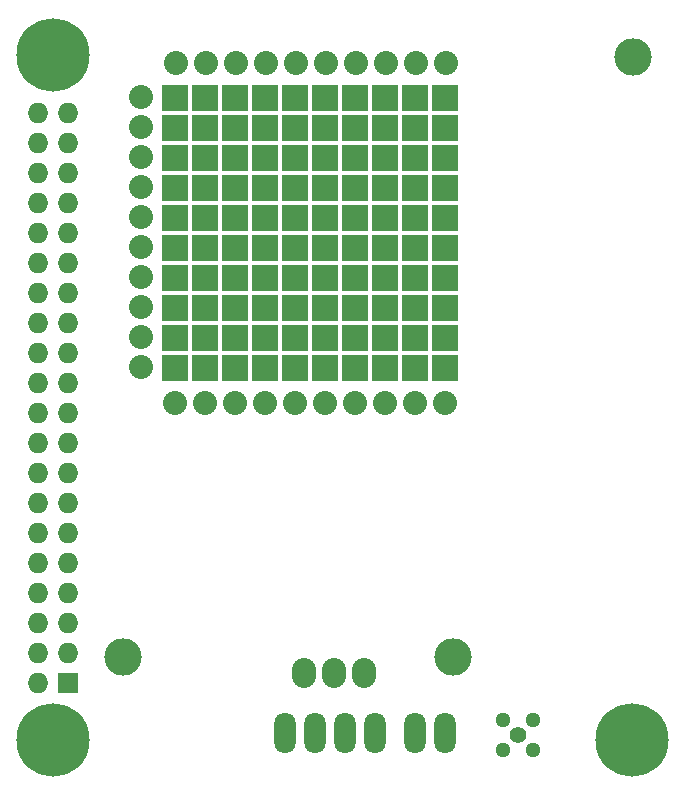
<source format=gbr>
G04 #@! TF.FileFunction,Soldermask,Bot*
%FSLAX46Y46*%
G04 Gerber Fmt 4.6, Leading zero omitted, Abs format (unit mm)*
G04 Created by KiCad (PCBNEW 4.0.2-1.fc23-product) date Mon 23 May 2016 18:37:12 BST*
%MOMM*%
G01*
G04 APERTURE LIST*
%ADD10C,0.100000*%
%ADD11R,2.235200X2.235200*%
%ADD12C,2.032000*%
%ADD13C,3.175000*%
%ADD14C,6.200000*%
%ADD15R,1.727200X1.727200*%
%ADD16O,1.727200X1.727200*%
%ADD17O,1.800860X3.500120*%
%ADD18C,1.295400*%
%ADD19C,1.397000*%
%ADD20O,2.032000X2.540000*%
G04 APERTURE END LIST*
D10*
D11*
X104760000Y-102560000D03*
X102220000Y-102560000D03*
X99680000Y-102560000D03*
X97140000Y-102560000D03*
X94600000Y-102560000D03*
X92060000Y-102560000D03*
X89520000Y-102560000D03*
X86980000Y-102560000D03*
X84440000Y-102560000D03*
X81900000Y-102560000D03*
X104760000Y-100020000D03*
X102220000Y-100020000D03*
X99680000Y-100020000D03*
X97140000Y-100020000D03*
X94600000Y-100020000D03*
X92060000Y-100020000D03*
X89520000Y-100020000D03*
X86980000Y-100020000D03*
X84440000Y-100020000D03*
X81900000Y-100020000D03*
X104760000Y-97480000D03*
X102220000Y-97480000D03*
X99680000Y-97480000D03*
X97140000Y-97480000D03*
X94600000Y-97480000D03*
X92060000Y-97480000D03*
X89520000Y-97480000D03*
X86980000Y-97480000D03*
X84440000Y-97480000D03*
X81900000Y-97480000D03*
X104760000Y-94940000D03*
X102220000Y-94940000D03*
X99680000Y-94940000D03*
X97140000Y-94940000D03*
X94600000Y-94940000D03*
X92060000Y-94940000D03*
X89520000Y-94940000D03*
X86980000Y-94940000D03*
X84440000Y-94940000D03*
X81900000Y-94940000D03*
X104760000Y-92400000D03*
X102220000Y-92400000D03*
X99680000Y-92400000D03*
X97140000Y-92400000D03*
X94600000Y-92400000D03*
X92060000Y-92400000D03*
X89520000Y-92400000D03*
X86980000Y-92400000D03*
X84440000Y-92400000D03*
X81900000Y-92400000D03*
X104760000Y-89860000D03*
X102220000Y-89860000D03*
X99680000Y-89860000D03*
X97140000Y-89860000D03*
X94600000Y-89860000D03*
X92060000Y-89860000D03*
X89520000Y-89860000D03*
X86980000Y-89860000D03*
X84440000Y-89860000D03*
X81900000Y-89860000D03*
X104760000Y-87320000D03*
X102220000Y-87320000D03*
X99680000Y-87320000D03*
X97140000Y-87320000D03*
X94600000Y-87320000D03*
X92060000Y-87320000D03*
X89520000Y-87320000D03*
X86980000Y-87320000D03*
X84440000Y-87320000D03*
X81900000Y-87320000D03*
X104760000Y-84780000D03*
X102220000Y-84780000D03*
X99680000Y-84780000D03*
X97140000Y-84780000D03*
X94600000Y-84780000D03*
X92060000Y-84780000D03*
X89520000Y-84780000D03*
X86980000Y-84780000D03*
X84440000Y-84780000D03*
X81900000Y-84780000D03*
X104760000Y-82240000D03*
X102220000Y-82240000D03*
X99680000Y-82240000D03*
X97140000Y-82240000D03*
X94600000Y-82240000D03*
X92060000Y-82240000D03*
X89520000Y-82240000D03*
X86980000Y-82240000D03*
X84440000Y-82240000D03*
X81900000Y-82240000D03*
X104760000Y-79700000D03*
X102220000Y-79700000D03*
X99680000Y-79700000D03*
X97140000Y-79700000D03*
X94600000Y-79700000D03*
X92060000Y-79700000D03*
X89520000Y-79700000D03*
X86980000Y-79700000D03*
X84440000Y-79700000D03*
D12*
X82000000Y-76750000D03*
X84540000Y-76750000D03*
X87080000Y-76750000D03*
X89620000Y-76750000D03*
X92160000Y-76750000D03*
X94700000Y-76750000D03*
X97240000Y-76750000D03*
X99780000Y-76750000D03*
X102320000Y-76750000D03*
X104860000Y-76750000D03*
X79000000Y-102500000D03*
X79000000Y-99960000D03*
X79000000Y-97420000D03*
X79000000Y-94880000D03*
X79000000Y-92340000D03*
X79000000Y-89800000D03*
X79000000Y-87260000D03*
X79000000Y-84720000D03*
X79000000Y-82180000D03*
X79000000Y-79640000D03*
D13*
X77470000Y-127000000D03*
X105410000Y-127000000D03*
X120650000Y-76200000D03*
D14*
X71570000Y-76100000D03*
X120570000Y-134100000D03*
D15*
X72840000Y-129230000D03*
D16*
X70300000Y-129230000D03*
X72840000Y-126690000D03*
X70300000Y-126690000D03*
X72840000Y-124150000D03*
X70300000Y-124150000D03*
X72840000Y-121610000D03*
X70300000Y-121610000D03*
X72840000Y-119070000D03*
X70300000Y-119070000D03*
X72840000Y-116530000D03*
X70300000Y-116530000D03*
X72840000Y-113990000D03*
X70300000Y-113990000D03*
X72840000Y-111450000D03*
X70300000Y-111450000D03*
X72840000Y-108910000D03*
X70300000Y-108910000D03*
X72840000Y-106370000D03*
X70300000Y-106370000D03*
X72840000Y-103830000D03*
X70300000Y-103830000D03*
X72840000Y-101290000D03*
X70300000Y-101290000D03*
X72840000Y-98750000D03*
X70300000Y-98750000D03*
X72840000Y-96210000D03*
X70300000Y-96210000D03*
X72840000Y-93670000D03*
X70300000Y-93670000D03*
X72840000Y-91130000D03*
X70300000Y-91130000D03*
X72840000Y-88590000D03*
X70300000Y-88590000D03*
X72840000Y-86050000D03*
X70300000Y-86050000D03*
X72840000Y-83510000D03*
X70300000Y-83510000D03*
X72840000Y-80970000D03*
X70300000Y-80970000D03*
D17*
X104770000Y-133500000D03*
X102230000Y-133500000D03*
D14*
X71570000Y-134100000D03*
D18*
X109700000Y-134870000D03*
X112240000Y-134870000D03*
X112240000Y-132330000D03*
X109700000Y-132330000D03*
D19*
X110970000Y-133600000D03*
D17*
X98810000Y-133500000D03*
X96270000Y-133500000D03*
X93730000Y-133500000D03*
X91190000Y-133500000D03*
D12*
X104750000Y-105500000D03*
X102210000Y-105500000D03*
X99670000Y-105500000D03*
X97130000Y-105500000D03*
X94590000Y-105500000D03*
X92050000Y-105500000D03*
X89510000Y-105500000D03*
X86970000Y-105500000D03*
X84430000Y-105500000D03*
X81890000Y-105500000D03*
D11*
X81900000Y-79700000D03*
D20*
X95400000Y-128400000D03*
X97940000Y-128400000D03*
X92860000Y-128400000D03*
M02*

</source>
